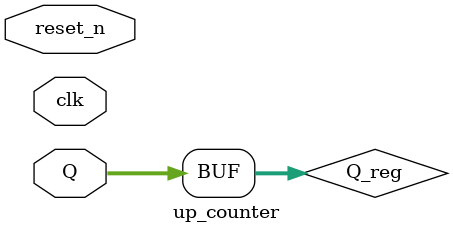
<source format=v>
`timescale 1ns / 1ps

// by default counts from 0-15
module up_counter
    #(parameter BITS = 4)(
    input clk,
    input reset_n,
    input [BITS-1:0] Q
    );
    
    reg [BITS-1:0] Q_reg, Q_next; // Q_reg = current value and next is next value
    
    always@(posedge clk, negedge reset_n)
    begin
        if (~reset_n)
            Q_reg <= 'b0;
        else
            Q_reg <= Q_next;
    end
    
    // Next state logic
    always@(Q_reg)
    begin
        Q_next = Q_reg +1; //next value in a counter is the current value +1 // to count down change +1 to -1
    end
    
    assign Q = Q_reg;
    
endmodule

</source>
